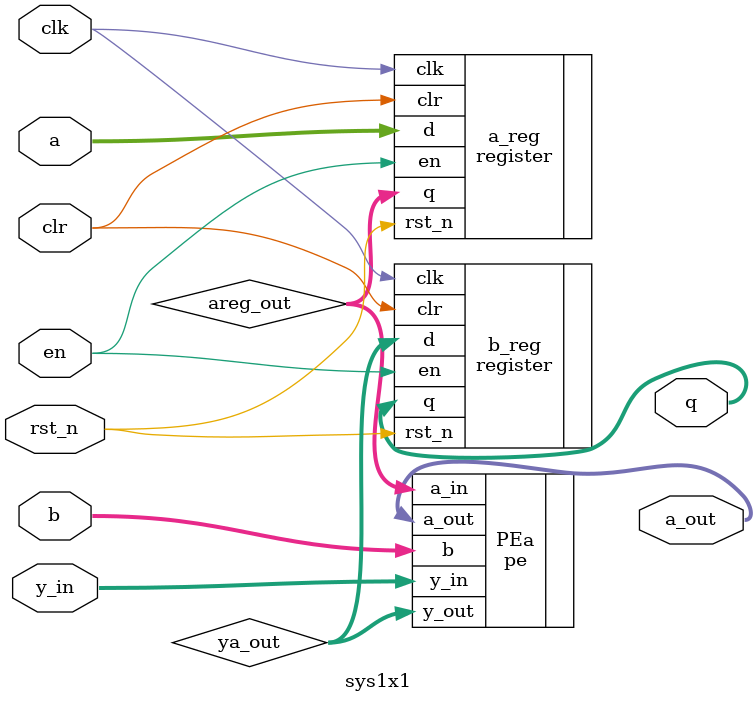
<source format=v>
`timescale 1ns / 1ps


module sys1x1(
    input clk, rst_n, en, clr,
    input signed [15:0] a,
    input [15:0] b,
    input [15:0] y_in,
    output [15:0] a_out, 
    output [15:0] q 
    );
    
    wire [15:0] areg_out;
    register a_reg(
        .clk(clk), 
        .rst_n(rst_n), 
        .en(en), 
        .clr(clr), 
        .d(a), 
        .q(areg_out)
    );
    wire [15:0] ya_out;
    pe PEa(
        .a_in(areg_out), 
        .b(b), 
        .y_in(y_in), 
        .a_out(a_out), 
        .y_out(ya_out)
    );
    wire [15:0] y10_in;
    register b_reg(
        .clk(clk), 
        .rst_n(rst_n), 
        .en(en), 
        .clr(clr), 
        .d(ya_out), 
        .q(q)
    );
endmodule
</source>
